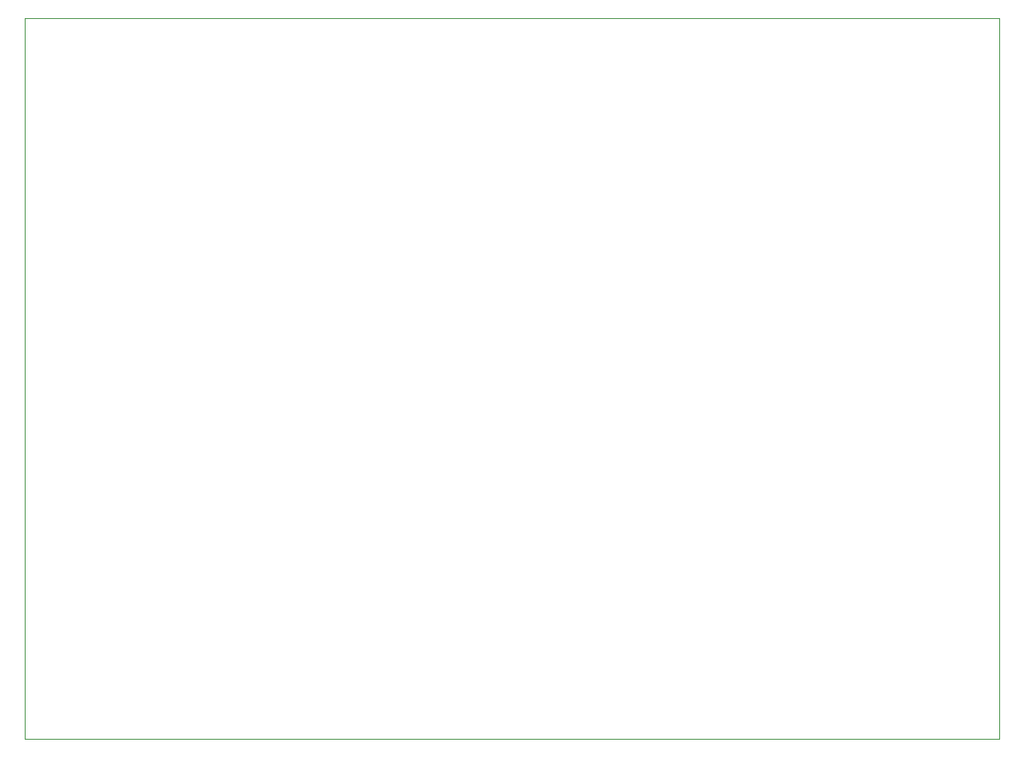
<source format=gm1>
G04 #@! TF.GenerationSoftware,KiCad,Pcbnew,9.0.5*
G04 #@! TF.CreationDate,2025-10-23T02:28:30+02:00*
G04 #@! TF.ProjectId,main-board,6d61696e-2d62-46f6-9172-642e6b696361,1.0a*
G04 #@! TF.SameCoordinates,Original*
G04 #@! TF.FileFunction,Profile,NP*
%FSLAX46Y46*%
G04 Gerber Fmt 4.6, Leading zero omitted, Abs format (unit mm)*
G04 Created by KiCad (PCBNEW 9.0.5) date 2025-10-23 02:28:30*
%MOMM*%
%LPD*%
G01*
G04 APERTURE LIST*
G04 #@! TA.AperFunction,Profile*
%ADD10C,0.050000*%
G04 #@! TD*
G04 APERTURE END LIST*
D10*
X53359200Y-112762000D02*
X53359200Y-38762000D01*
X53359200Y-112762000D02*
X64359200Y-112762000D01*
X153359200Y-38762000D02*
X153359200Y-112762000D01*
X64359200Y-112762000D02*
X78359200Y-112762000D01*
X153359200Y-112762000D02*
X78359200Y-112762000D01*
X53359200Y-38762000D02*
X153359200Y-38762000D01*
M02*

</source>
